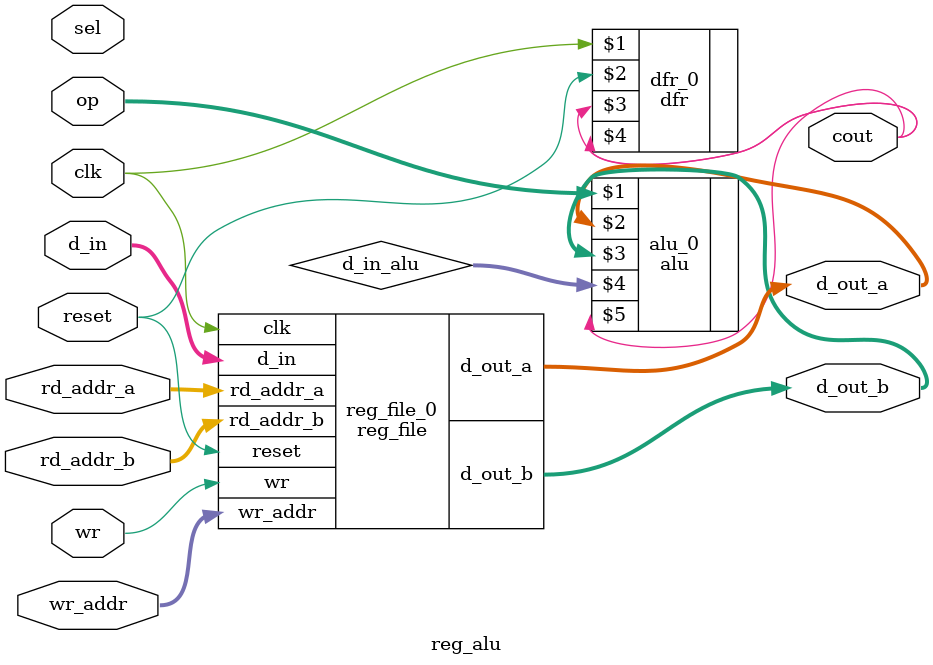
<source format=v>
module dfrl_16 (input wire  clk, reset, load, input wire [0:15] in, output wire [0:15] out);

dfrl dfrl_0(clk, reset, load, in[0], out[0]);
dfrl dfrl_1(clk, reset, load, in[1], out[1]);
dfrl dfrl_2(clk, reset, load, in[2], out[2]);
dfrl dfrl_3(clk, reset, load, in[3], out[3]);
dfrl dfrl_4(clk, reset, load, in[4], out[4]);
dfrl dfrl_5(clk, reset, load, in[5], out[5]);
dfrl dfrl_6(clk, reset, load, in[6], out[6]);
dfrl dfrl_7(clk, reset, load, in[7], out[7]);
dfrl dfrl_8(clk, reset, load, in[8], out[8]);
dfrl dfrl_9(clk, reset, load, in[9], out[9]);
dfrl dfrl_10(clk, reset, load, in[10], out[10]);
dfrl dfrl_11(clk, reset, load, in[11], out[11]);
dfrl dfrl_12(clk, reset, load, in[12], out[12]);
dfrl dfrl_13(clk, reset, load, in[13], out[13]);
dfrl dfrl_14(clk, reset, load, in[14], out[14]);
dfrl dfrl_15(clk, reset, load, in[15], out[15]);

endmodule

module mux2_16 (input wire [15:0] i0, i1, input wire j, output wire [15:0] o);

mux2 mux2_0 (i0[0], i1[0], j, o[0]);
mux2 mux2_1 (i0[1], i1[1], j, o[1]);
mux2 mux2_2 (i0[2], i1[2], j, o[2]);
mux2 mux2_3 (i0[3], i1[3], j, o[3]);
mux2 mux2_4 (i0[4], i1[4], j, o[4]);
mux2 mux2_5 (i0[5], i1[5], j, o[5]);
mux2 mux2_6 (i0[6], i1[6], j, o[6]);
mux2 mux2_7 (i0[7], i1[7], j, o[7]);
mux2 mux2_8 (i0[8], i1[8], j, o[8]);
mux2 mux2_9 (i0[9], i1[9], j, o[9]);
mux2 mux2_10 (i0[10], i1[10], j, o[10]);
mux2 mux2_11 (i0[11], i1[11], j, o[11]);
mux2 mux2_12 (i0[12], i1[12], j, o[12]);
mux2 mux2_13 (i0[13], i1[13], j, o[13]);
mux2 mux2_14 (i0[14], i1[14], j, o[14]);
mux2 mux2_15 (i0[15], i1[15], j, o[15]);

endmodule

module mux8_16 (input wire [0:15] i0, i1, i2, i3, i4, i5, i6, i7, input wire [0:2] j, output wire [0:15] o);

mux8 mux8_0({i0[0], i1[0], i2[0], i3[0], i4[0], i5[0], i6[0], i7[0]}, j[0], j[1], j[2], o[0]);
mux8 mux8_1({i0[1], i1[1], i2[1], i3[1], i4[1], i5[1], i6[1], i7[1]}, j[0], j[1], j[2], o[1]);
mux8 mux8_2({i0[2], i1[2], i2[2], i3[2], i4[2], i5[2], i6[2], i7[2]}, j[0], j[1], j[2], o[2]);
mux8 mux8_3({i0[3], i1[3], i2[3], i3[3], i4[3], i5[3], i6[3], i7[3]}, j[0], j[1], j[2], o[3]);
mux8 mux8_4({i0[4], i1[4], i2[4], i3[4], i4[4], i5[4], i6[4], i7[4]}, j[0], j[1], j[2], o[4]);
mux8 mux8_5({i0[5], i1[5], i2[5], i3[5], i4[5], i5[5], i6[5], i7[5]}, j[0], j[1], j[2], o[5]);
mux8 mux8_6({i0[6], i1[6], i2[6], i3[6], i4[6], i5[6], i6[6], i7[6]}, j[0], j[1], j[2], o[6]);
mux8 mux8_7({i0[7], i1[7], i2[7], i3[7], i4[7], i5[7], i6[7], i7[7]}, j[0], j[1], j[2], o[7]);
mux8 mux8_8({i0[8], i1[8], i2[8], i3[8], i4[8], i5[8], i6[8], i7[8]}, j[0], j[1], j[2], o[8]);
mux8 mux8_9({i0[9], i1[9], i2[9], i3[9], i4[9], i5[9], i6[9], i7[9]}, j[0], j[1], j[2], o[9]);
mux8 mux8_10({i0[10], i1[10], i2[10], i3[10], i4[10], i5[10], i6[10], i7[10]}, j[0], j[1], j[2], o[10]);
mux8 mux8_11({i0[11], i1[11], i2[11], i3[11], i4[11], i5[11], i6[11], i7[11]}, j[0], j[1], j[2], o[11]);
mux8 mux8_12({i0[12], i1[12], i2[12], i3[12], i4[12], i5[12], i6[12], i7[12]}, j[0], j[1], j[2], o[12]);
mux8 mux8_13({i0[13], i1[13], i2[13], i3[13], i4[13], i5[13], i6[13], i7[13]}, j[0], j[1], j[2], o[13]);
mux8 mux8_14({i0[14], i1[14], i2[14], i3[14], i4[14], i5[14], i6[14], i7[14]}, j[0], j[1], j[2], o[14]);
mux8 mux8_15({i0[15], i1[15], i2[15], i3[15], i4[15], i5[15], i6[15], i7[15]}, j[0], j[1], j[2], o[15]);

endmodule

module reg_file (input wire  clk, reset, wr, input wire [0:2] rd_addr_a, rd_addr_b, wr_addr, input wire [0:15] d_in, output wire [0:15] d_out_a, d_out_b);

// Declare wires here
  wire [0:7] load;
  wire [0:15] dout_0, dout_1, dout_2, dout_3, dout_4, dout_5, dout_6, dout_7;
// Instantiate modules here
  dfrl_16 dfrl_16_0(clk, reset, load[0], d_in, dout_0);
  dfrl_16 dfrl_16_1(clk, reset, load[1], d_in, dout_1);
  dfrl_16 dfrl_16_2(clk, reset, load[2], d_in, dout_2);
  dfrl_16 dfrl_16_3(clk, reset, load[3], d_in, dout_3);
  dfrl_16 dfrl_16_4(clk, reset, load[4], d_in, dout_4);
  dfrl_16 dfrl_16_5(clk, reset, load[5], d_in, dout_5);
  dfrl_16 dfrl_16_6(clk, reset, load[6], d_in, dout_6);
  dfrl_16 dfrl_16_7(clk, reset, load[7], d_in, dout_7);
  demux8 demux8_0(wr, wr_addr[2], wr_addr[1], wr_addr[0], load);
  mux8_16 mux8_16_9(dout_0, dout_1, dout_2, dout_3, dout_4, dout_5, dout_6, dout_7, rd_addr_a, d_out_a);
  mux8_16 mux8_16_10(dout_0, dout_1, dout_2, dout_3, dout_4, dout_5, dout_6, dout_7, rd_addr_b, d_out_b);

endmodule

module reg_alu (input wire clk, reset, sel, wr, input wire [1:0] op, input wire [2:0] rd_addr_a,rd_addr_b, wr_addr, input wire [15:0] d_in, output wire [15:0] d_out_a, d_out_b, output wire cout);

// Declare wires here
wire [15:0] d_in_alu, d_in_reg; wire cout_0;
// Instantiate modules here
alu alu_0 (op,d_out_a,d_out_b,d_in_alu,cout);
reg_file reg_file_0 (clk,reset,wr,rd_addr_a,rd_addr_b,wr_addr,d_in,d_out_a,d_out_b);
mux2_16 mux2_16_0 (d_in,d_in_alu,sel,d_in_reg);
dfr dfr_0 (clk,reset,cout,cout);

endmodule

</source>
